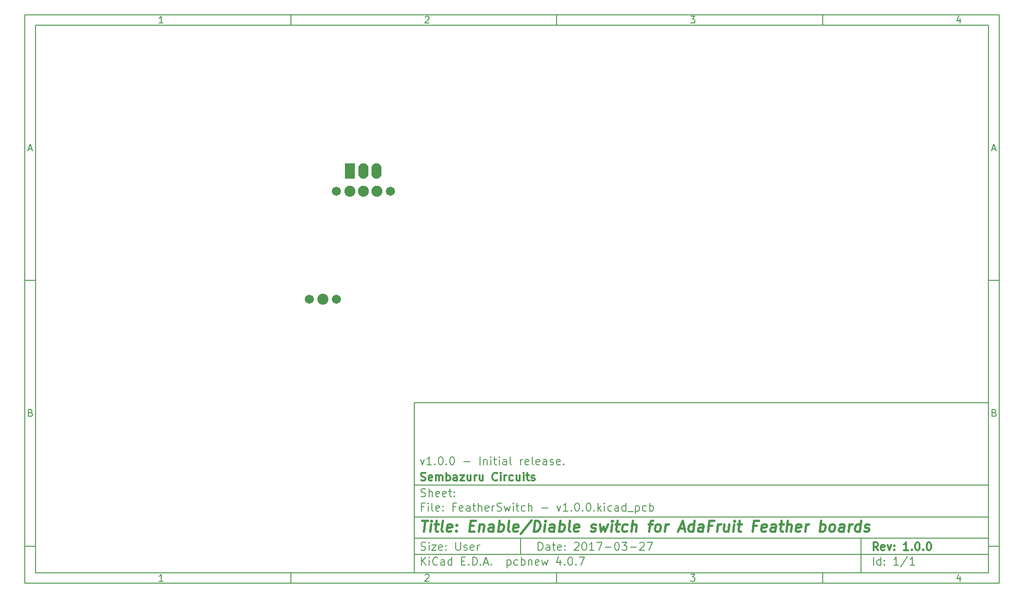
<source format=gbr>
G04 #@! TF.FileFunction,Soldermask,Top*
%FSLAX46Y46*%
G04 Gerber Fmt 4.6, Leading zero omitted, Abs format (unit mm)*
G04 Created by KiCad (PCBNEW 4.0.7) date 11/03/17 12:30:38*
%MOMM*%
%LPD*%
G01*
G04 APERTURE LIST*
%ADD10C,0.100000*%
%ADD11C,0.150000*%
%ADD12C,0.300000*%
%ADD13C,0.400000*%
%ADD14C,2.076400*%
%ADD15R,1.900000X2.900000*%
%ADD16O,1.900000X2.900000*%
%ADD17C,1.702000*%
G04 APERTURE END LIST*
D10*
D11*
X83200000Y-83000000D02*
X83200000Y-115000000D01*
X191200000Y-115000000D01*
X191200000Y-83000000D01*
X83200000Y-83000000D01*
D10*
D11*
X10000000Y-10000000D02*
X10000000Y-117000000D01*
X193200000Y-117000000D01*
X193200000Y-10000000D01*
X10000000Y-10000000D01*
D10*
D11*
X12000000Y-12000000D02*
X12000000Y-115000000D01*
X191200000Y-115000000D01*
X191200000Y-12000000D01*
X12000000Y-12000000D01*
D10*
D11*
X60000000Y-12000000D02*
X60000000Y-10000000D01*
D10*
D11*
X110000000Y-12000000D02*
X110000000Y-10000000D01*
D10*
D11*
X160000000Y-12000000D02*
X160000000Y-10000000D01*
D10*
D11*
X35990476Y-11588095D02*
X35247619Y-11588095D01*
X35619048Y-11588095D02*
X35619048Y-10288095D01*
X35495238Y-10473810D01*
X35371429Y-10597619D01*
X35247619Y-10659524D01*
D10*
D11*
X85247619Y-10411905D02*
X85309524Y-10350000D01*
X85433333Y-10288095D01*
X85742857Y-10288095D01*
X85866667Y-10350000D01*
X85928571Y-10411905D01*
X85990476Y-10535714D01*
X85990476Y-10659524D01*
X85928571Y-10845238D01*
X85185714Y-11588095D01*
X85990476Y-11588095D01*
D10*
D11*
X135185714Y-10288095D02*
X135990476Y-10288095D01*
X135557143Y-10783333D01*
X135742857Y-10783333D01*
X135866667Y-10845238D01*
X135928571Y-10907143D01*
X135990476Y-11030952D01*
X135990476Y-11340476D01*
X135928571Y-11464286D01*
X135866667Y-11526190D01*
X135742857Y-11588095D01*
X135371429Y-11588095D01*
X135247619Y-11526190D01*
X135185714Y-11464286D01*
D10*
D11*
X185866667Y-10721429D02*
X185866667Y-11588095D01*
X185557143Y-10226190D02*
X185247619Y-11154762D01*
X186052381Y-11154762D01*
D10*
D11*
X60000000Y-115000000D02*
X60000000Y-117000000D01*
D10*
D11*
X110000000Y-115000000D02*
X110000000Y-117000000D01*
D10*
D11*
X160000000Y-115000000D02*
X160000000Y-117000000D01*
D10*
D11*
X35990476Y-116588095D02*
X35247619Y-116588095D01*
X35619048Y-116588095D02*
X35619048Y-115288095D01*
X35495238Y-115473810D01*
X35371429Y-115597619D01*
X35247619Y-115659524D01*
D10*
D11*
X85247619Y-115411905D02*
X85309524Y-115350000D01*
X85433333Y-115288095D01*
X85742857Y-115288095D01*
X85866667Y-115350000D01*
X85928571Y-115411905D01*
X85990476Y-115535714D01*
X85990476Y-115659524D01*
X85928571Y-115845238D01*
X85185714Y-116588095D01*
X85990476Y-116588095D01*
D10*
D11*
X135185714Y-115288095D02*
X135990476Y-115288095D01*
X135557143Y-115783333D01*
X135742857Y-115783333D01*
X135866667Y-115845238D01*
X135928571Y-115907143D01*
X135990476Y-116030952D01*
X135990476Y-116340476D01*
X135928571Y-116464286D01*
X135866667Y-116526190D01*
X135742857Y-116588095D01*
X135371429Y-116588095D01*
X135247619Y-116526190D01*
X135185714Y-116464286D01*
D10*
D11*
X185866667Y-115721429D02*
X185866667Y-116588095D01*
X185557143Y-115226190D02*
X185247619Y-116154762D01*
X186052381Y-116154762D01*
D10*
D11*
X10000000Y-60000000D02*
X12000000Y-60000000D01*
D10*
D11*
X10000000Y-110000000D02*
X12000000Y-110000000D01*
D10*
D11*
X10690476Y-35216667D02*
X11309524Y-35216667D01*
X10566667Y-35588095D02*
X11000000Y-34288095D01*
X11433333Y-35588095D01*
D10*
D11*
X11092857Y-84907143D02*
X11278571Y-84969048D01*
X11340476Y-85030952D01*
X11402381Y-85154762D01*
X11402381Y-85340476D01*
X11340476Y-85464286D01*
X11278571Y-85526190D01*
X11154762Y-85588095D01*
X10659524Y-85588095D01*
X10659524Y-84288095D01*
X11092857Y-84288095D01*
X11216667Y-84350000D01*
X11278571Y-84411905D01*
X11340476Y-84535714D01*
X11340476Y-84659524D01*
X11278571Y-84783333D01*
X11216667Y-84845238D01*
X11092857Y-84907143D01*
X10659524Y-84907143D01*
D10*
D11*
X193200000Y-60000000D02*
X191200000Y-60000000D01*
D10*
D11*
X193200000Y-110000000D02*
X191200000Y-110000000D01*
D10*
D11*
X191890476Y-35216667D02*
X192509524Y-35216667D01*
X191766667Y-35588095D02*
X192200000Y-34288095D01*
X192633333Y-35588095D01*
D10*
D11*
X192292857Y-84907143D02*
X192478571Y-84969048D01*
X192540476Y-85030952D01*
X192602381Y-85154762D01*
X192602381Y-85340476D01*
X192540476Y-85464286D01*
X192478571Y-85526190D01*
X192354762Y-85588095D01*
X191859524Y-85588095D01*
X191859524Y-84288095D01*
X192292857Y-84288095D01*
X192416667Y-84350000D01*
X192478571Y-84411905D01*
X192540476Y-84535714D01*
X192540476Y-84659524D01*
X192478571Y-84783333D01*
X192416667Y-84845238D01*
X192292857Y-84907143D01*
X191859524Y-84907143D01*
D10*
D11*
X106557143Y-110778571D02*
X106557143Y-109278571D01*
X106914286Y-109278571D01*
X107128571Y-109350000D01*
X107271429Y-109492857D01*
X107342857Y-109635714D01*
X107414286Y-109921429D01*
X107414286Y-110135714D01*
X107342857Y-110421429D01*
X107271429Y-110564286D01*
X107128571Y-110707143D01*
X106914286Y-110778571D01*
X106557143Y-110778571D01*
X108700000Y-110778571D02*
X108700000Y-109992857D01*
X108628571Y-109850000D01*
X108485714Y-109778571D01*
X108200000Y-109778571D01*
X108057143Y-109850000D01*
X108700000Y-110707143D02*
X108557143Y-110778571D01*
X108200000Y-110778571D01*
X108057143Y-110707143D01*
X107985714Y-110564286D01*
X107985714Y-110421429D01*
X108057143Y-110278571D01*
X108200000Y-110207143D01*
X108557143Y-110207143D01*
X108700000Y-110135714D01*
X109200000Y-109778571D02*
X109771429Y-109778571D01*
X109414286Y-109278571D02*
X109414286Y-110564286D01*
X109485714Y-110707143D01*
X109628572Y-110778571D01*
X109771429Y-110778571D01*
X110842857Y-110707143D02*
X110700000Y-110778571D01*
X110414286Y-110778571D01*
X110271429Y-110707143D01*
X110200000Y-110564286D01*
X110200000Y-109992857D01*
X110271429Y-109850000D01*
X110414286Y-109778571D01*
X110700000Y-109778571D01*
X110842857Y-109850000D01*
X110914286Y-109992857D01*
X110914286Y-110135714D01*
X110200000Y-110278571D01*
X111557143Y-110635714D02*
X111628571Y-110707143D01*
X111557143Y-110778571D01*
X111485714Y-110707143D01*
X111557143Y-110635714D01*
X111557143Y-110778571D01*
X111557143Y-109850000D02*
X111628571Y-109921429D01*
X111557143Y-109992857D01*
X111485714Y-109921429D01*
X111557143Y-109850000D01*
X111557143Y-109992857D01*
X113342857Y-109421429D02*
X113414286Y-109350000D01*
X113557143Y-109278571D01*
X113914286Y-109278571D01*
X114057143Y-109350000D01*
X114128572Y-109421429D01*
X114200000Y-109564286D01*
X114200000Y-109707143D01*
X114128572Y-109921429D01*
X113271429Y-110778571D01*
X114200000Y-110778571D01*
X115128571Y-109278571D02*
X115271428Y-109278571D01*
X115414285Y-109350000D01*
X115485714Y-109421429D01*
X115557143Y-109564286D01*
X115628571Y-109850000D01*
X115628571Y-110207143D01*
X115557143Y-110492857D01*
X115485714Y-110635714D01*
X115414285Y-110707143D01*
X115271428Y-110778571D01*
X115128571Y-110778571D01*
X114985714Y-110707143D01*
X114914285Y-110635714D01*
X114842857Y-110492857D01*
X114771428Y-110207143D01*
X114771428Y-109850000D01*
X114842857Y-109564286D01*
X114914285Y-109421429D01*
X114985714Y-109350000D01*
X115128571Y-109278571D01*
X117057142Y-110778571D02*
X116199999Y-110778571D01*
X116628571Y-110778571D02*
X116628571Y-109278571D01*
X116485714Y-109492857D01*
X116342856Y-109635714D01*
X116199999Y-109707143D01*
X117557142Y-109278571D02*
X118557142Y-109278571D01*
X117914285Y-110778571D01*
X119128570Y-110207143D02*
X120271427Y-110207143D01*
X121271427Y-109278571D02*
X121414284Y-109278571D01*
X121557141Y-109350000D01*
X121628570Y-109421429D01*
X121699999Y-109564286D01*
X121771427Y-109850000D01*
X121771427Y-110207143D01*
X121699999Y-110492857D01*
X121628570Y-110635714D01*
X121557141Y-110707143D01*
X121414284Y-110778571D01*
X121271427Y-110778571D01*
X121128570Y-110707143D01*
X121057141Y-110635714D01*
X120985713Y-110492857D01*
X120914284Y-110207143D01*
X120914284Y-109850000D01*
X120985713Y-109564286D01*
X121057141Y-109421429D01*
X121128570Y-109350000D01*
X121271427Y-109278571D01*
X122271427Y-109278571D02*
X123199998Y-109278571D01*
X122699998Y-109850000D01*
X122914284Y-109850000D01*
X123057141Y-109921429D01*
X123128570Y-109992857D01*
X123199998Y-110135714D01*
X123199998Y-110492857D01*
X123128570Y-110635714D01*
X123057141Y-110707143D01*
X122914284Y-110778571D01*
X122485712Y-110778571D01*
X122342855Y-110707143D01*
X122271427Y-110635714D01*
X123842855Y-110207143D02*
X124985712Y-110207143D01*
X125628569Y-109421429D02*
X125699998Y-109350000D01*
X125842855Y-109278571D01*
X126199998Y-109278571D01*
X126342855Y-109350000D01*
X126414284Y-109421429D01*
X126485712Y-109564286D01*
X126485712Y-109707143D01*
X126414284Y-109921429D01*
X125557141Y-110778571D01*
X126485712Y-110778571D01*
X126985712Y-109278571D02*
X127985712Y-109278571D01*
X127342855Y-110778571D01*
D10*
D11*
X83200000Y-111500000D02*
X191200000Y-111500000D01*
D10*
D11*
X84557143Y-113578571D02*
X84557143Y-112078571D01*
X85414286Y-113578571D02*
X84771429Y-112721429D01*
X85414286Y-112078571D02*
X84557143Y-112935714D01*
X86057143Y-113578571D02*
X86057143Y-112578571D01*
X86057143Y-112078571D02*
X85985714Y-112150000D01*
X86057143Y-112221429D01*
X86128571Y-112150000D01*
X86057143Y-112078571D01*
X86057143Y-112221429D01*
X87628572Y-113435714D02*
X87557143Y-113507143D01*
X87342857Y-113578571D01*
X87200000Y-113578571D01*
X86985715Y-113507143D01*
X86842857Y-113364286D01*
X86771429Y-113221429D01*
X86700000Y-112935714D01*
X86700000Y-112721429D01*
X86771429Y-112435714D01*
X86842857Y-112292857D01*
X86985715Y-112150000D01*
X87200000Y-112078571D01*
X87342857Y-112078571D01*
X87557143Y-112150000D01*
X87628572Y-112221429D01*
X88914286Y-113578571D02*
X88914286Y-112792857D01*
X88842857Y-112650000D01*
X88700000Y-112578571D01*
X88414286Y-112578571D01*
X88271429Y-112650000D01*
X88914286Y-113507143D02*
X88771429Y-113578571D01*
X88414286Y-113578571D01*
X88271429Y-113507143D01*
X88200000Y-113364286D01*
X88200000Y-113221429D01*
X88271429Y-113078571D01*
X88414286Y-113007143D01*
X88771429Y-113007143D01*
X88914286Y-112935714D01*
X90271429Y-113578571D02*
X90271429Y-112078571D01*
X90271429Y-113507143D02*
X90128572Y-113578571D01*
X89842858Y-113578571D01*
X89700000Y-113507143D01*
X89628572Y-113435714D01*
X89557143Y-113292857D01*
X89557143Y-112864286D01*
X89628572Y-112721429D01*
X89700000Y-112650000D01*
X89842858Y-112578571D01*
X90128572Y-112578571D01*
X90271429Y-112650000D01*
X92128572Y-112792857D02*
X92628572Y-112792857D01*
X92842858Y-113578571D02*
X92128572Y-113578571D01*
X92128572Y-112078571D01*
X92842858Y-112078571D01*
X93485715Y-113435714D02*
X93557143Y-113507143D01*
X93485715Y-113578571D01*
X93414286Y-113507143D01*
X93485715Y-113435714D01*
X93485715Y-113578571D01*
X94200001Y-113578571D02*
X94200001Y-112078571D01*
X94557144Y-112078571D01*
X94771429Y-112150000D01*
X94914287Y-112292857D01*
X94985715Y-112435714D01*
X95057144Y-112721429D01*
X95057144Y-112935714D01*
X94985715Y-113221429D01*
X94914287Y-113364286D01*
X94771429Y-113507143D01*
X94557144Y-113578571D01*
X94200001Y-113578571D01*
X95700001Y-113435714D02*
X95771429Y-113507143D01*
X95700001Y-113578571D01*
X95628572Y-113507143D01*
X95700001Y-113435714D01*
X95700001Y-113578571D01*
X96342858Y-113150000D02*
X97057144Y-113150000D01*
X96200001Y-113578571D02*
X96700001Y-112078571D01*
X97200001Y-113578571D01*
X97700001Y-113435714D02*
X97771429Y-113507143D01*
X97700001Y-113578571D01*
X97628572Y-113507143D01*
X97700001Y-113435714D01*
X97700001Y-113578571D01*
X100700001Y-112578571D02*
X100700001Y-114078571D01*
X100700001Y-112650000D02*
X100842858Y-112578571D01*
X101128572Y-112578571D01*
X101271429Y-112650000D01*
X101342858Y-112721429D01*
X101414287Y-112864286D01*
X101414287Y-113292857D01*
X101342858Y-113435714D01*
X101271429Y-113507143D01*
X101128572Y-113578571D01*
X100842858Y-113578571D01*
X100700001Y-113507143D01*
X102700001Y-113507143D02*
X102557144Y-113578571D01*
X102271430Y-113578571D01*
X102128572Y-113507143D01*
X102057144Y-113435714D01*
X101985715Y-113292857D01*
X101985715Y-112864286D01*
X102057144Y-112721429D01*
X102128572Y-112650000D01*
X102271430Y-112578571D01*
X102557144Y-112578571D01*
X102700001Y-112650000D01*
X103342858Y-113578571D02*
X103342858Y-112078571D01*
X103342858Y-112650000D02*
X103485715Y-112578571D01*
X103771429Y-112578571D01*
X103914286Y-112650000D01*
X103985715Y-112721429D01*
X104057144Y-112864286D01*
X104057144Y-113292857D01*
X103985715Y-113435714D01*
X103914286Y-113507143D01*
X103771429Y-113578571D01*
X103485715Y-113578571D01*
X103342858Y-113507143D01*
X104700001Y-112578571D02*
X104700001Y-113578571D01*
X104700001Y-112721429D02*
X104771429Y-112650000D01*
X104914287Y-112578571D01*
X105128572Y-112578571D01*
X105271429Y-112650000D01*
X105342858Y-112792857D01*
X105342858Y-113578571D01*
X106628572Y-113507143D02*
X106485715Y-113578571D01*
X106200001Y-113578571D01*
X106057144Y-113507143D01*
X105985715Y-113364286D01*
X105985715Y-112792857D01*
X106057144Y-112650000D01*
X106200001Y-112578571D01*
X106485715Y-112578571D01*
X106628572Y-112650000D01*
X106700001Y-112792857D01*
X106700001Y-112935714D01*
X105985715Y-113078571D01*
X107200001Y-112578571D02*
X107485715Y-113578571D01*
X107771429Y-112864286D01*
X108057144Y-113578571D01*
X108342858Y-112578571D01*
X110700001Y-112578571D02*
X110700001Y-113578571D01*
X110342858Y-112007143D02*
X109985715Y-113078571D01*
X110914287Y-113078571D01*
X111485715Y-113435714D02*
X111557143Y-113507143D01*
X111485715Y-113578571D01*
X111414286Y-113507143D01*
X111485715Y-113435714D01*
X111485715Y-113578571D01*
X112485715Y-112078571D02*
X112628572Y-112078571D01*
X112771429Y-112150000D01*
X112842858Y-112221429D01*
X112914287Y-112364286D01*
X112985715Y-112650000D01*
X112985715Y-113007143D01*
X112914287Y-113292857D01*
X112842858Y-113435714D01*
X112771429Y-113507143D01*
X112628572Y-113578571D01*
X112485715Y-113578571D01*
X112342858Y-113507143D01*
X112271429Y-113435714D01*
X112200001Y-113292857D01*
X112128572Y-113007143D01*
X112128572Y-112650000D01*
X112200001Y-112364286D01*
X112271429Y-112221429D01*
X112342858Y-112150000D01*
X112485715Y-112078571D01*
X113628572Y-113435714D02*
X113700000Y-113507143D01*
X113628572Y-113578571D01*
X113557143Y-113507143D01*
X113628572Y-113435714D01*
X113628572Y-113578571D01*
X114200001Y-112078571D02*
X115200001Y-112078571D01*
X114557144Y-113578571D01*
D10*
D11*
X83200000Y-108500000D02*
X191200000Y-108500000D01*
D10*
D12*
X170414286Y-110778571D02*
X169914286Y-110064286D01*
X169557143Y-110778571D02*
X169557143Y-109278571D01*
X170128571Y-109278571D01*
X170271429Y-109350000D01*
X170342857Y-109421429D01*
X170414286Y-109564286D01*
X170414286Y-109778571D01*
X170342857Y-109921429D01*
X170271429Y-109992857D01*
X170128571Y-110064286D01*
X169557143Y-110064286D01*
X171628571Y-110707143D02*
X171485714Y-110778571D01*
X171200000Y-110778571D01*
X171057143Y-110707143D01*
X170985714Y-110564286D01*
X170985714Y-109992857D01*
X171057143Y-109850000D01*
X171200000Y-109778571D01*
X171485714Y-109778571D01*
X171628571Y-109850000D01*
X171700000Y-109992857D01*
X171700000Y-110135714D01*
X170985714Y-110278571D01*
X172200000Y-109778571D02*
X172557143Y-110778571D01*
X172914285Y-109778571D01*
X173485714Y-110635714D02*
X173557142Y-110707143D01*
X173485714Y-110778571D01*
X173414285Y-110707143D01*
X173485714Y-110635714D01*
X173485714Y-110778571D01*
X173485714Y-109850000D02*
X173557142Y-109921429D01*
X173485714Y-109992857D01*
X173414285Y-109921429D01*
X173485714Y-109850000D01*
X173485714Y-109992857D01*
X176128571Y-110778571D02*
X175271428Y-110778571D01*
X175700000Y-110778571D02*
X175700000Y-109278571D01*
X175557143Y-109492857D01*
X175414285Y-109635714D01*
X175271428Y-109707143D01*
X176771428Y-110635714D02*
X176842856Y-110707143D01*
X176771428Y-110778571D01*
X176699999Y-110707143D01*
X176771428Y-110635714D01*
X176771428Y-110778571D01*
X177771428Y-109278571D02*
X177914285Y-109278571D01*
X178057142Y-109350000D01*
X178128571Y-109421429D01*
X178200000Y-109564286D01*
X178271428Y-109850000D01*
X178271428Y-110207143D01*
X178200000Y-110492857D01*
X178128571Y-110635714D01*
X178057142Y-110707143D01*
X177914285Y-110778571D01*
X177771428Y-110778571D01*
X177628571Y-110707143D01*
X177557142Y-110635714D01*
X177485714Y-110492857D01*
X177414285Y-110207143D01*
X177414285Y-109850000D01*
X177485714Y-109564286D01*
X177557142Y-109421429D01*
X177628571Y-109350000D01*
X177771428Y-109278571D01*
X178914285Y-110635714D02*
X178985713Y-110707143D01*
X178914285Y-110778571D01*
X178842856Y-110707143D01*
X178914285Y-110635714D01*
X178914285Y-110778571D01*
X179914285Y-109278571D02*
X180057142Y-109278571D01*
X180199999Y-109350000D01*
X180271428Y-109421429D01*
X180342857Y-109564286D01*
X180414285Y-109850000D01*
X180414285Y-110207143D01*
X180342857Y-110492857D01*
X180271428Y-110635714D01*
X180199999Y-110707143D01*
X180057142Y-110778571D01*
X179914285Y-110778571D01*
X179771428Y-110707143D01*
X179699999Y-110635714D01*
X179628571Y-110492857D01*
X179557142Y-110207143D01*
X179557142Y-109850000D01*
X179628571Y-109564286D01*
X179699999Y-109421429D01*
X179771428Y-109350000D01*
X179914285Y-109278571D01*
D10*
D11*
X84485714Y-110707143D02*
X84700000Y-110778571D01*
X85057143Y-110778571D01*
X85200000Y-110707143D01*
X85271429Y-110635714D01*
X85342857Y-110492857D01*
X85342857Y-110350000D01*
X85271429Y-110207143D01*
X85200000Y-110135714D01*
X85057143Y-110064286D01*
X84771429Y-109992857D01*
X84628571Y-109921429D01*
X84557143Y-109850000D01*
X84485714Y-109707143D01*
X84485714Y-109564286D01*
X84557143Y-109421429D01*
X84628571Y-109350000D01*
X84771429Y-109278571D01*
X85128571Y-109278571D01*
X85342857Y-109350000D01*
X85985714Y-110778571D02*
X85985714Y-109778571D01*
X85985714Y-109278571D02*
X85914285Y-109350000D01*
X85985714Y-109421429D01*
X86057142Y-109350000D01*
X85985714Y-109278571D01*
X85985714Y-109421429D01*
X86557143Y-109778571D02*
X87342857Y-109778571D01*
X86557143Y-110778571D01*
X87342857Y-110778571D01*
X88485714Y-110707143D02*
X88342857Y-110778571D01*
X88057143Y-110778571D01*
X87914286Y-110707143D01*
X87842857Y-110564286D01*
X87842857Y-109992857D01*
X87914286Y-109850000D01*
X88057143Y-109778571D01*
X88342857Y-109778571D01*
X88485714Y-109850000D01*
X88557143Y-109992857D01*
X88557143Y-110135714D01*
X87842857Y-110278571D01*
X89200000Y-110635714D02*
X89271428Y-110707143D01*
X89200000Y-110778571D01*
X89128571Y-110707143D01*
X89200000Y-110635714D01*
X89200000Y-110778571D01*
X89200000Y-109850000D02*
X89271428Y-109921429D01*
X89200000Y-109992857D01*
X89128571Y-109921429D01*
X89200000Y-109850000D01*
X89200000Y-109992857D01*
X91057143Y-109278571D02*
X91057143Y-110492857D01*
X91128571Y-110635714D01*
X91200000Y-110707143D01*
X91342857Y-110778571D01*
X91628571Y-110778571D01*
X91771429Y-110707143D01*
X91842857Y-110635714D01*
X91914286Y-110492857D01*
X91914286Y-109278571D01*
X92557143Y-110707143D02*
X92700000Y-110778571D01*
X92985715Y-110778571D01*
X93128572Y-110707143D01*
X93200000Y-110564286D01*
X93200000Y-110492857D01*
X93128572Y-110350000D01*
X92985715Y-110278571D01*
X92771429Y-110278571D01*
X92628572Y-110207143D01*
X92557143Y-110064286D01*
X92557143Y-109992857D01*
X92628572Y-109850000D01*
X92771429Y-109778571D01*
X92985715Y-109778571D01*
X93128572Y-109850000D01*
X94414286Y-110707143D02*
X94271429Y-110778571D01*
X93985715Y-110778571D01*
X93842858Y-110707143D01*
X93771429Y-110564286D01*
X93771429Y-109992857D01*
X93842858Y-109850000D01*
X93985715Y-109778571D01*
X94271429Y-109778571D01*
X94414286Y-109850000D01*
X94485715Y-109992857D01*
X94485715Y-110135714D01*
X93771429Y-110278571D01*
X95128572Y-110778571D02*
X95128572Y-109778571D01*
X95128572Y-110064286D02*
X95200000Y-109921429D01*
X95271429Y-109850000D01*
X95414286Y-109778571D01*
X95557143Y-109778571D01*
D10*
D11*
X169557143Y-113578571D02*
X169557143Y-112078571D01*
X170914286Y-113578571D02*
X170914286Y-112078571D01*
X170914286Y-113507143D02*
X170771429Y-113578571D01*
X170485715Y-113578571D01*
X170342857Y-113507143D01*
X170271429Y-113435714D01*
X170200000Y-113292857D01*
X170200000Y-112864286D01*
X170271429Y-112721429D01*
X170342857Y-112650000D01*
X170485715Y-112578571D01*
X170771429Y-112578571D01*
X170914286Y-112650000D01*
X171628572Y-113435714D02*
X171700000Y-113507143D01*
X171628572Y-113578571D01*
X171557143Y-113507143D01*
X171628572Y-113435714D01*
X171628572Y-113578571D01*
X171628572Y-112650000D02*
X171700000Y-112721429D01*
X171628572Y-112792857D01*
X171557143Y-112721429D01*
X171628572Y-112650000D01*
X171628572Y-112792857D01*
X174271429Y-113578571D02*
X173414286Y-113578571D01*
X173842858Y-113578571D02*
X173842858Y-112078571D01*
X173700001Y-112292857D01*
X173557143Y-112435714D01*
X173414286Y-112507143D01*
X175985714Y-112007143D02*
X174700000Y-113935714D01*
X177271429Y-113578571D02*
X176414286Y-113578571D01*
X176842858Y-113578571D02*
X176842858Y-112078571D01*
X176700001Y-112292857D01*
X176557143Y-112435714D01*
X176414286Y-112507143D01*
D10*
D11*
X83200000Y-104500000D02*
X191200000Y-104500000D01*
D10*
D13*
X84652381Y-105204762D02*
X85795238Y-105204762D01*
X84973810Y-107204762D02*
X85223810Y-105204762D01*
X86211905Y-107204762D02*
X86378571Y-105871429D01*
X86461905Y-105204762D02*
X86354762Y-105300000D01*
X86438095Y-105395238D01*
X86545239Y-105300000D01*
X86461905Y-105204762D01*
X86438095Y-105395238D01*
X87045238Y-105871429D02*
X87807143Y-105871429D01*
X87414286Y-105204762D02*
X87200000Y-106919048D01*
X87271430Y-107109524D01*
X87450001Y-107204762D01*
X87640477Y-107204762D01*
X88592858Y-107204762D02*
X88414287Y-107109524D01*
X88342857Y-106919048D01*
X88557143Y-105204762D01*
X90128572Y-107109524D02*
X89926191Y-107204762D01*
X89545239Y-107204762D01*
X89366667Y-107109524D01*
X89295238Y-106919048D01*
X89390476Y-106157143D01*
X89509524Y-105966667D01*
X89711905Y-105871429D01*
X90092857Y-105871429D01*
X90271429Y-105966667D01*
X90342857Y-106157143D01*
X90319048Y-106347619D01*
X89342857Y-106538095D01*
X91092857Y-107014286D02*
X91176192Y-107109524D01*
X91069048Y-107204762D01*
X90985715Y-107109524D01*
X91092857Y-107014286D01*
X91069048Y-107204762D01*
X91223810Y-105966667D02*
X91307144Y-106061905D01*
X91200000Y-106157143D01*
X91116667Y-106061905D01*
X91223810Y-105966667D01*
X91200000Y-106157143D01*
X93676191Y-106157143D02*
X94342858Y-106157143D01*
X94497620Y-107204762D02*
X93545239Y-107204762D01*
X93795239Y-105204762D01*
X94747620Y-105204762D01*
X95521429Y-105871429D02*
X95354763Y-107204762D01*
X95497620Y-106061905D02*
X95604764Y-105966667D01*
X95807144Y-105871429D01*
X96092858Y-105871429D01*
X96271430Y-105966667D01*
X96342858Y-106157143D01*
X96211906Y-107204762D01*
X98021430Y-107204762D02*
X98152382Y-106157143D01*
X98080954Y-105966667D01*
X97902382Y-105871429D01*
X97521430Y-105871429D01*
X97319049Y-105966667D01*
X98033335Y-107109524D02*
X97830954Y-107204762D01*
X97354764Y-107204762D01*
X97176192Y-107109524D01*
X97104763Y-106919048D01*
X97128573Y-106728571D01*
X97247620Y-106538095D01*
X97450002Y-106442857D01*
X97926192Y-106442857D01*
X98128573Y-106347619D01*
X98973811Y-107204762D02*
X99223811Y-105204762D01*
X99128573Y-105966667D02*
X99330954Y-105871429D01*
X99711906Y-105871429D01*
X99890478Y-105966667D01*
X99973811Y-106061905D01*
X100045239Y-106252381D01*
X99973811Y-106823810D01*
X99854763Y-107014286D01*
X99747621Y-107109524D01*
X99545240Y-107204762D01*
X99164288Y-107204762D01*
X98985716Y-107109524D01*
X101069050Y-107204762D02*
X100890479Y-107109524D01*
X100819049Y-106919048D01*
X101033335Y-105204762D01*
X102604764Y-107109524D02*
X102402383Y-107204762D01*
X102021431Y-107204762D01*
X101842859Y-107109524D01*
X101771430Y-106919048D01*
X101866668Y-106157143D01*
X101985716Y-105966667D01*
X102188097Y-105871429D01*
X102569049Y-105871429D01*
X102747621Y-105966667D01*
X102819049Y-106157143D01*
X102795240Y-106347619D01*
X101819049Y-106538095D01*
X105235717Y-105109524D02*
X103200002Y-107680952D01*
X105640478Y-107204762D02*
X105890478Y-105204762D01*
X106366669Y-105204762D01*
X106640478Y-105300000D01*
X106807145Y-105490476D01*
X106878574Y-105680952D01*
X106926193Y-106061905D01*
X106890479Y-106347619D01*
X106747622Y-106728571D01*
X106628573Y-106919048D01*
X106414288Y-107109524D01*
X106116669Y-107204762D01*
X105640478Y-107204762D01*
X107640478Y-107204762D02*
X107807144Y-105871429D01*
X107890478Y-105204762D02*
X107783335Y-105300000D01*
X107866668Y-105395238D01*
X107973812Y-105300000D01*
X107890478Y-105204762D01*
X107866668Y-105395238D01*
X109450002Y-107204762D02*
X109580954Y-106157143D01*
X109509526Y-105966667D01*
X109330954Y-105871429D01*
X108950002Y-105871429D01*
X108747621Y-105966667D01*
X109461907Y-107109524D02*
X109259526Y-107204762D01*
X108783336Y-107204762D01*
X108604764Y-107109524D01*
X108533335Y-106919048D01*
X108557145Y-106728571D01*
X108676192Y-106538095D01*
X108878574Y-106442857D01*
X109354764Y-106442857D01*
X109557145Y-106347619D01*
X110402383Y-107204762D02*
X110652383Y-105204762D01*
X110557145Y-105966667D02*
X110759526Y-105871429D01*
X111140478Y-105871429D01*
X111319050Y-105966667D01*
X111402383Y-106061905D01*
X111473811Y-106252381D01*
X111402383Y-106823810D01*
X111283335Y-107014286D01*
X111176193Y-107109524D01*
X110973812Y-107204762D01*
X110592860Y-107204762D01*
X110414288Y-107109524D01*
X112497622Y-107204762D02*
X112319051Y-107109524D01*
X112247621Y-106919048D01*
X112461907Y-105204762D01*
X114033336Y-107109524D02*
X113830955Y-107204762D01*
X113450003Y-107204762D01*
X113271431Y-107109524D01*
X113200002Y-106919048D01*
X113295240Y-106157143D01*
X113414288Y-105966667D01*
X113616669Y-105871429D01*
X113997621Y-105871429D01*
X114176193Y-105966667D01*
X114247621Y-106157143D01*
X114223812Y-106347619D01*
X113247621Y-106538095D01*
X116414289Y-107109524D02*
X116592861Y-107204762D01*
X116973813Y-107204762D01*
X117176194Y-107109524D01*
X117295241Y-106919048D01*
X117307146Y-106823810D01*
X117235717Y-106633333D01*
X117057146Y-106538095D01*
X116771432Y-106538095D01*
X116592860Y-106442857D01*
X116521431Y-106252381D01*
X116533336Y-106157143D01*
X116652384Y-105966667D01*
X116854765Y-105871429D01*
X117140479Y-105871429D01*
X117319051Y-105966667D01*
X118092860Y-105871429D02*
X118307147Y-107204762D01*
X118807146Y-106252381D01*
X119069051Y-107204762D01*
X119616670Y-105871429D01*
X120211908Y-107204762D02*
X120378574Y-105871429D01*
X120461908Y-105204762D02*
X120354765Y-105300000D01*
X120438098Y-105395238D01*
X120545242Y-105300000D01*
X120461908Y-105204762D01*
X120438098Y-105395238D01*
X121045241Y-105871429D02*
X121807146Y-105871429D01*
X121414289Y-105204762D02*
X121200003Y-106919048D01*
X121271433Y-107109524D01*
X121450004Y-107204762D01*
X121640480Y-107204762D01*
X123176194Y-107109524D02*
X122973813Y-107204762D01*
X122592861Y-107204762D01*
X122414290Y-107109524D01*
X122330955Y-107014286D01*
X122259527Y-106823810D01*
X122330955Y-106252381D01*
X122450003Y-106061905D01*
X122557147Y-105966667D01*
X122759527Y-105871429D01*
X123140479Y-105871429D01*
X123319051Y-105966667D01*
X124021432Y-107204762D02*
X124271432Y-105204762D01*
X124878575Y-107204762D02*
X125009527Y-106157143D01*
X124938099Y-105966667D01*
X124759527Y-105871429D01*
X124473813Y-105871429D01*
X124271433Y-105966667D01*
X124164289Y-106061905D01*
X127235718Y-105871429D02*
X127997623Y-105871429D01*
X127354766Y-107204762D02*
X127569052Y-105490476D01*
X127688100Y-105300000D01*
X127890481Y-105204762D01*
X128080957Y-105204762D01*
X128783338Y-107204762D02*
X128604767Y-107109524D01*
X128521432Y-107014286D01*
X128450004Y-106823810D01*
X128521432Y-106252381D01*
X128640480Y-106061905D01*
X128747624Y-105966667D01*
X128950004Y-105871429D01*
X129235718Y-105871429D01*
X129414290Y-105966667D01*
X129497623Y-106061905D01*
X129569051Y-106252381D01*
X129497623Y-106823810D01*
X129378575Y-107014286D01*
X129271433Y-107109524D01*
X129069052Y-107204762D01*
X128783338Y-107204762D01*
X130307147Y-107204762D02*
X130473813Y-105871429D01*
X130426194Y-106252381D02*
X130545243Y-106061905D01*
X130652386Y-105966667D01*
X130854766Y-105871429D01*
X131045242Y-105871429D01*
X133045242Y-106633333D02*
X133997623Y-106633333D01*
X132783338Y-107204762D02*
X133700005Y-105204762D01*
X134116672Y-107204762D01*
X135640481Y-107204762D02*
X135890481Y-105204762D01*
X135652386Y-107109524D02*
X135450005Y-107204762D01*
X135069053Y-107204762D01*
X134890482Y-107109524D01*
X134807147Y-107014286D01*
X134735719Y-106823810D01*
X134807147Y-106252381D01*
X134926195Y-106061905D01*
X135033339Y-105966667D01*
X135235719Y-105871429D01*
X135616671Y-105871429D01*
X135795243Y-105966667D01*
X137450005Y-107204762D02*
X137580957Y-106157143D01*
X137509529Y-105966667D01*
X137330957Y-105871429D01*
X136950005Y-105871429D01*
X136747624Y-105966667D01*
X137461910Y-107109524D02*
X137259529Y-107204762D01*
X136783339Y-107204762D01*
X136604767Y-107109524D01*
X136533338Y-106919048D01*
X136557148Y-106728571D01*
X136676195Y-106538095D01*
X136878577Y-106442857D01*
X137354767Y-106442857D01*
X137557148Y-106347619D01*
X139200005Y-106157143D02*
X138533338Y-106157143D01*
X138402386Y-107204762D02*
X138652386Y-105204762D01*
X139604767Y-105204762D01*
X140116672Y-107204762D02*
X140283338Y-105871429D01*
X140235719Y-106252381D02*
X140354768Y-106061905D01*
X140461911Y-105966667D01*
X140664291Y-105871429D01*
X140854767Y-105871429D01*
X142378576Y-105871429D02*
X142211910Y-107204762D01*
X141521433Y-105871429D02*
X141390481Y-106919048D01*
X141461911Y-107109524D01*
X141640482Y-107204762D01*
X141926196Y-107204762D01*
X142128577Y-107109524D01*
X142235719Y-107014286D01*
X143164291Y-107204762D02*
X143330957Y-105871429D01*
X143414291Y-105204762D02*
X143307148Y-105300000D01*
X143390481Y-105395238D01*
X143497625Y-105300000D01*
X143414291Y-105204762D01*
X143390481Y-105395238D01*
X143997624Y-105871429D02*
X144759529Y-105871429D01*
X144366672Y-105204762D02*
X144152386Y-106919048D01*
X144223816Y-107109524D01*
X144402387Y-107204762D01*
X144592863Y-107204762D01*
X147580958Y-106157143D02*
X146914291Y-106157143D01*
X146783339Y-107204762D02*
X147033339Y-105204762D01*
X147985720Y-105204762D01*
X149271435Y-107109524D02*
X149069054Y-107204762D01*
X148688102Y-107204762D01*
X148509530Y-107109524D01*
X148438101Y-106919048D01*
X148533339Y-106157143D01*
X148652387Y-105966667D01*
X148854768Y-105871429D01*
X149235720Y-105871429D01*
X149414292Y-105966667D01*
X149485720Y-106157143D01*
X149461911Y-106347619D01*
X148485720Y-106538095D01*
X151069054Y-107204762D02*
X151200006Y-106157143D01*
X151128578Y-105966667D01*
X150950006Y-105871429D01*
X150569054Y-105871429D01*
X150366673Y-105966667D01*
X151080959Y-107109524D02*
X150878578Y-107204762D01*
X150402388Y-107204762D01*
X150223816Y-107109524D01*
X150152387Y-106919048D01*
X150176197Y-106728571D01*
X150295244Y-106538095D01*
X150497626Y-106442857D01*
X150973816Y-106442857D01*
X151176197Y-106347619D01*
X151902387Y-105871429D02*
X152664292Y-105871429D01*
X152271435Y-105204762D02*
X152057149Y-106919048D01*
X152128579Y-107109524D01*
X152307150Y-107204762D01*
X152497626Y-107204762D01*
X153164292Y-107204762D02*
X153414292Y-105204762D01*
X154021435Y-107204762D02*
X154152387Y-106157143D01*
X154080959Y-105966667D01*
X153902387Y-105871429D01*
X153616673Y-105871429D01*
X153414293Y-105966667D01*
X153307149Y-106061905D01*
X155747626Y-107109524D02*
X155545245Y-107204762D01*
X155164293Y-107204762D01*
X154985721Y-107109524D01*
X154914292Y-106919048D01*
X155009530Y-106157143D01*
X155128578Y-105966667D01*
X155330959Y-105871429D01*
X155711911Y-105871429D01*
X155890483Y-105966667D01*
X155961911Y-106157143D01*
X155938102Y-106347619D01*
X154961911Y-106538095D01*
X156688102Y-107204762D02*
X156854768Y-105871429D01*
X156807149Y-106252381D02*
X156926198Y-106061905D01*
X157033341Y-105966667D01*
X157235721Y-105871429D01*
X157426197Y-105871429D01*
X159450007Y-107204762D02*
X159700007Y-105204762D01*
X159604769Y-105966667D02*
X159807150Y-105871429D01*
X160188102Y-105871429D01*
X160366674Y-105966667D01*
X160450007Y-106061905D01*
X160521435Y-106252381D01*
X160450007Y-106823810D01*
X160330959Y-107014286D01*
X160223817Y-107109524D01*
X160021436Y-107204762D01*
X159640484Y-107204762D01*
X159461912Y-107109524D01*
X161545246Y-107204762D02*
X161366675Y-107109524D01*
X161283340Y-107014286D01*
X161211912Y-106823810D01*
X161283340Y-106252381D01*
X161402388Y-106061905D01*
X161509532Y-105966667D01*
X161711912Y-105871429D01*
X161997626Y-105871429D01*
X162176198Y-105966667D01*
X162259531Y-106061905D01*
X162330959Y-106252381D01*
X162259531Y-106823810D01*
X162140483Y-107014286D01*
X162033341Y-107109524D01*
X161830960Y-107204762D01*
X161545246Y-107204762D01*
X163926198Y-107204762D02*
X164057150Y-106157143D01*
X163985722Y-105966667D01*
X163807150Y-105871429D01*
X163426198Y-105871429D01*
X163223817Y-105966667D01*
X163938103Y-107109524D02*
X163735722Y-107204762D01*
X163259532Y-107204762D01*
X163080960Y-107109524D01*
X163009531Y-106919048D01*
X163033341Y-106728571D01*
X163152388Y-106538095D01*
X163354770Y-106442857D01*
X163830960Y-106442857D01*
X164033341Y-106347619D01*
X164878579Y-107204762D02*
X165045245Y-105871429D01*
X164997626Y-106252381D02*
X165116675Y-106061905D01*
X165223818Y-105966667D01*
X165426198Y-105871429D01*
X165616674Y-105871429D01*
X166973817Y-107204762D02*
X167223817Y-105204762D01*
X166985722Y-107109524D02*
X166783341Y-107204762D01*
X166402389Y-107204762D01*
X166223818Y-107109524D01*
X166140483Y-107014286D01*
X166069055Y-106823810D01*
X166140483Y-106252381D01*
X166259531Y-106061905D01*
X166366675Y-105966667D01*
X166569055Y-105871429D01*
X166950007Y-105871429D01*
X167128579Y-105966667D01*
X167842865Y-107109524D02*
X168021437Y-107204762D01*
X168402389Y-107204762D01*
X168604770Y-107109524D01*
X168723817Y-106919048D01*
X168735722Y-106823810D01*
X168664293Y-106633333D01*
X168485722Y-106538095D01*
X168200008Y-106538095D01*
X168021436Y-106442857D01*
X167950007Y-106252381D01*
X167961912Y-106157143D01*
X168080960Y-105966667D01*
X168283341Y-105871429D01*
X168569055Y-105871429D01*
X168747627Y-105966667D01*
D10*
D11*
X85057143Y-102592857D02*
X84557143Y-102592857D01*
X84557143Y-103378571D02*
X84557143Y-101878571D01*
X85271429Y-101878571D01*
X85842857Y-103378571D02*
X85842857Y-102378571D01*
X85842857Y-101878571D02*
X85771428Y-101950000D01*
X85842857Y-102021429D01*
X85914285Y-101950000D01*
X85842857Y-101878571D01*
X85842857Y-102021429D01*
X86771429Y-103378571D02*
X86628571Y-103307143D01*
X86557143Y-103164286D01*
X86557143Y-101878571D01*
X87914285Y-103307143D02*
X87771428Y-103378571D01*
X87485714Y-103378571D01*
X87342857Y-103307143D01*
X87271428Y-103164286D01*
X87271428Y-102592857D01*
X87342857Y-102450000D01*
X87485714Y-102378571D01*
X87771428Y-102378571D01*
X87914285Y-102450000D01*
X87985714Y-102592857D01*
X87985714Y-102735714D01*
X87271428Y-102878571D01*
X88628571Y-103235714D02*
X88699999Y-103307143D01*
X88628571Y-103378571D01*
X88557142Y-103307143D01*
X88628571Y-103235714D01*
X88628571Y-103378571D01*
X88628571Y-102450000D02*
X88699999Y-102521429D01*
X88628571Y-102592857D01*
X88557142Y-102521429D01*
X88628571Y-102450000D01*
X88628571Y-102592857D01*
X90985714Y-102592857D02*
X90485714Y-102592857D01*
X90485714Y-103378571D02*
X90485714Y-101878571D01*
X91200000Y-101878571D01*
X92342856Y-103307143D02*
X92199999Y-103378571D01*
X91914285Y-103378571D01*
X91771428Y-103307143D01*
X91699999Y-103164286D01*
X91699999Y-102592857D01*
X91771428Y-102450000D01*
X91914285Y-102378571D01*
X92199999Y-102378571D01*
X92342856Y-102450000D01*
X92414285Y-102592857D01*
X92414285Y-102735714D01*
X91699999Y-102878571D01*
X93699999Y-103378571D02*
X93699999Y-102592857D01*
X93628570Y-102450000D01*
X93485713Y-102378571D01*
X93199999Y-102378571D01*
X93057142Y-102450000D01*
X93699999Y-103307143D02*
X93557142Y-103378571D01*
X93199999Y-103378571D01*
X93057142Y-103307143D01*
X92985713Y-103164286D01*
X92985713Y-103021429D01*
X93057142Y-102878571D01*
X93199999Y-102807143D01*
X93557142Y-102807143D01*
X93699999Y-102735714D01*
X94199999Y-102378571D02*
X94771428Y-102378571D01*
X94414285Y-101878571D02*
X94414285Y-103164286D01*
X94485713Y-103307143D01*
X94628571Y-103378571D01*
X94771428Y-103378571D01*
X95271428Y-103378571D02*
X95271428Y-101878571D01*
X95914285Y-103378571D02*
X95914285Y-102592857D01*
X95842856Y-102450000D01*
X95699999Y-102378571D01*
X95485714Y-102378571D01*
X95342856Y-102450000D01*
X95271428Y-102521429D01*
X97199999Y-103307143D02*
X97057142Y-103378571D01*
X96771428Y-103378571D01*
X96628571Y-103307143D01*
X96557142Y-103164286D01*
X96557142Y-102592857D01*
X96628571Y-102450000D01*
X96771428Y-102378571D01*
X97057142Y-102378571D01*
X97199999Y-102450000D01*
X97271428Y-102592857D01*
X97271428Y-102735714D01*
X96557142Y-102878571D01*
X97914285Y-103378571D02*
X97914285Y-102378571D01*
X97914285Y-102664286D02*
X97985713Y-102521429D01*
X98057142Y-102450000D01*
X98199999Y-102378571D01*
X98342856Y-102378571D01*
X98771427Y-103307143D02*
X98985713Y-103378571D01*
X99342856Y-103378571D01*
X99485713Y-103307143D01*
X99557142Y-103235714D01*
X99628570Y-103092857D01*
X99628570Y-102950000D01*
X99557142Y-102807143D01*
X99485713Y-102735714D01*
X99342856Y-102664286D01*
X99057142Y-102592857D01*
X98914284Y-102521429D01*
X98842856Y-102450000D01*
X98771427Y-102307143D01*
X98771427Y-102164286D01*
X98842856Y-102021429D01*
X98914284Y-101950000D01*
X99057142Y-101878571D01*
X99414284Y-101878571D01*
X99628570Y-101950000D01*
X100128570Y-102378571D02*
X100414284Y-103378571D01*
X100699998Y-102664286D01*
X100985713Y-103378571D01*
X101271427Y-102378571D01*
X101842856Y-103378571D02*
X101842856Y-102378571D01*
X101842856Y-101878571D02*
X101771427Y-101950000D01*
X101842856Y-102021429D01*
X101914284Y-101950000D01*
X101842856Y-101878571D01*
X101842856Y-102021429D01*
X102342856Y-102378571D02*
X102914285Y-102378571D01*
X102557142Y-101878571D02*
X102557142Y-103164286D01*
X102628570Y-103307143D01*
X102771428Y-103378571D01*
X102914285Y-103378571D01*
X104057142Y-103307143D02*
X103914285Y-103378571D01*
X103628571Y-103378571D01*
X103485713Y-103307143D01*
X103414285Y-103235714D01*
X103342856Y-103092857D01*
X103342856Y-102664286D01*
X103414285Y-102521429D01*
X103485713Y-102450000D01*
X103628571Y-102378571D01*
X103914285Y-102378571D01*
X104057142Y-102450000D01*
X104699999Y-103378571D02*
X104699999Y-101878571D01*
X105342856Y-103378571D02*
X105342856Y-102592857D01*
X105271427Y-102450000D01*
X105128570Y-102378571D01*
X104914285Y-102378571D01*
X104771427Y-102450000D01*
X104699999Y-102521429D01*
X107199999Y-102807143D02*
X108342856Y-102807143D01*
X110057142Y-102378571D02*
X110414285Y-103378571D01*
X110771427Y-102378571D01*
X112128570Y-103378571D02*
X111271427Y-103378571D01*
X111699999Y-103378571D02*
X111699999Y-101878571D01*
X111557142Y-102092857D01*
X111414284Y-102235714D01*
X111271427Y-102307143D01*
X112771427Y-103235714D02*
X112842855Y-103307143D01*
X112771427Y-103378571D01*
X112699998Y-103307143D01*
X112771427Y-103235714D01*
X112771427Y-103378571D01*
X113771427Y-101878571D02*
X113914284Y-101878571D01*
X114057141Y-101950000D01*
X114128570Y-102021429D01*
X114199999Y-102164286D01*
X114271427Y-102450000D01*
X114271427Y-102807143D01*
X114199999Y-103092857D01*
X114128570Y-103235714D01*
X114057141Y-103307143D01*
X113914284Y-103378571D01*
X113771427Y-103378571D01*
X113628570Y-103307143D01*
X113557141Y-103235714D01*
X113485713Y-103092857D01*
X113414284Y-102807143D01*
X113414284Y-102450000D01*
X113485713Y-102164286D01*
X113557141Y-102021429D01*
X113628570Y-101950000D01*
X113771427Y-101878571D01*
X114914284Y-103235714D02*
X114985712Y-103307143D01*
X114914284Y-103378571D01*
X114842855Y-103307143D01*
X114914284Y-103235714D01*
X114914284Y-103378571D01*
X115914284Y-101878571D02*
X116057141Y-101878571D01*
X116199998Y-101950000D01*
X116271427Y-102021429D01*
X116342856Y-102164286D01*
X116414284Y-102450000D01*
X116414284Y-102807143D01*
X116342856Y-103092857D01*
X116271427Y-103235714D01*
X116199998Y-103307143D01*
X116057141Y-103378571D01*
X115914284Y-103378571D01*
X115771427Y-103307143D01*
X115699998Y-103235714D01*
X115628570Y-103092857D01*
X115557141Y-102807143D01*
X115557141Y-102450000D01*
X115628570Y-102164286D01*
X115699998Y-102021429D01*
X115771427Y-101950000D01*
X115914284Y-101878571D01*
X117057141Y-103235714D02*
X117128569Y-103307143D01*
X117057141Y-103378571D01*
X116985712Y-103307143D01*
X117057141Y-103235714D01*
X117057141Y-103378571D01*
X117771427Y-103378571D02*
X117771427Y-101878571D01*
X117914284Y-102807143D02*
X118342855Y-103378571D01*
X118342855Y-102378571D02*
X117771427Y-102950000D01*
X118985713Y-103378571D02*
X118985713Y-102378571D01*
X118985713Y-101878571D02*
X118914284Y-101950000D01*
X118985713Y-102021429D01*
X119057141Y-101950000D01*
X118985713Y-101878571D01*
X118985713Y-102021429D01*
X120342856Y-103307143D02*
X120199999Y-103378571D01*
X119914285Y-103378571D01*
X119771427Y-103307143D01*
X119699999Y-103235714D01*
X119628570Y-103092857D01*
X119628570Y-102664286D01*
X119699999Y-102521429D01*
X119771427Y-102450000D01*
X119914285Y-102378571D01*
X120199999Y-102378571D01*
X120342856Y-102450000D01*
X121628570Y-103378571D02*
X121628570Y-102592857D01*
X121557141Y-102450000D01*
X121414284Y-102378571D01*
X121128570Y-102378571D01*
X120985713Y-102450000D01*
X121628570Y-103307143D02*
X121485713Y-103378571D01*
X121128570Y-103378571D01*
X120985713Y-103307143D01*
X120914284Y-103164286D01*
X120914284Y-103021429D01*
X120985713Y-102878571D01*
X121128570Y-102807143D01*
X121485713Y-102807143D01*
X121628570Y-102735714D01*
X122985713Y-103378571D02*
X122985713Y-101878571D01*
X122985713Y-103307143D02*
X122842856Y-103378571D01*
X122557142Y-103378571D01*
X122414284Y-103307143D01*
X122342856Y-103235714D01*
X122271427Y-103092857D01*
X122271427Y-102664286D01*
X122342856Y-102521429D01*
X122414284Y-102450000D01*
X122557142Y-102378571D01*
X122842856Y-102378571D01*
X122985713Y-102450000D01*
X123342856Y-103521429D02*
X124485713Y-103521429D01*
X124842856Y-102378571D02*
X124842856Y-103878571D01*
X124842856Y-102450000D02*
X124985713Y-102378571D01*
X125271427Y-102378571D01*
X125414284Y-102450000D01*
X125485713Y-102521429D01*
X125557142Y-102664286D01*
X125557142Y-103092857D01*
X125485713Y-103235714D01*
X125414284Y-103307143D01*
X125271427Y-103378571D01*
X124985713Y-103378571D01*
X124842856Y-103307143D01*
X126842856Y-103307143D02*
X126699999Y-103378571D01*
X126414285Y-103378571D01*
X126271427Y-103307143D01*
X126199999Y-103235714D01*
X126128570Y-103092857D01*
X126128570Y-102664286D01*
X126199999Y-102521429D01*
X126271427Y-102450000D01*
X126414285Y-102378571D01*
X126699999Y-102378571D01*
X126842856Y-102450000D01*
X127485713Y-103378571D02*
X127485713Y-101878571D01*
X127485713Y-102450000D02*
X127628570Y-102378571D01*
X127914284Y-102378571D01*
X128057141Y-102450000D01*
X128128570Y-102521429D01*
X128199999Y-102664286D01*
X128199999Y-103092857D01*
X128128570Y-103235714D01*
X128057141Y-103307143D01*
X127914284Y-103378571D01*
X127628570Y-103378571D01*
X127485713Y-103307143D01*
D10*
D11*
X83200000Y-98500000D02*
X191200000Y-98500000D01*
D10*
D11*
X84485714Y-100607143D02*
X84700000Y-100678571D01*
X85057143Y-100678571D01*
X85200000Y-100607143D01*
X85271429Y-100535714D01*
X85342857Y-100392857D01*
X85342857Y-100250000D01*
X85271429Y-100107143D01*
X85200000Y-100035714D01*
X85057143Y-99964286D01*
X84771429Y-99892857D01*
X84628571Y-99821429D01*
X84557143Y-99750000D01*
X84485714Y-99607143D01*
X84485714Y-99464286D01*
X84557143Y-99321429D01*
X84628571Y-99250000D01*
X84771429Y-99178571D01*
X85128571Y-99178571D01*
X85342857Y-99250000D01*
X85985714Y-100678571D02*
X85985714Y-99178571D01*
X86628571Y-100678571D02*
X86628571Y-99892857D01*
X86557142Y-99750000D01*
X86414285Y-99678571D01*
X86200000Y-99678571D01*
X86057142Y-99750000D01*
X85985714Y-99821429D01*
X87914285Y-100607143D02*
X87771428Y-100678571D01*
X87485714Y-100678571D01*
X87342857Y-100607143D01*
X87271428Y-100464286D01*
X87271428Y-99892857D01*
X87342857Y-99750000D01*
X87485714Y-99678571D01*
X87771428Y-99678571D01*
X87914285Y-99750000D01*
X87985714Y-99892857D01*
X87985714Y-100035714D01*
X87271428Y-100178571D01*
X89199999Y-100607143D02*
X89057142Y-100678571D01*
X88771428Y-100678571D01*
X88628571Y-100607143D01*
X88557142Y-100464286D01*
X88557142Y-99892857D01*
X88628571Y-99750000D01*
X88771428Y-99678571D01*
X89057142Y-99678571D01*
X89199999Y-99750000D01*
X89271428Y-99892857D01*
X89271428Y-100035714D01*
X88557142Y-100178571D01*
X89699999Y-99678571D02*
X90271428Y-99678571D01*
X89914285Y-99178571D02*
X89914285Y-100464286D01*
X89985713Y-100607143D01*
X90128571Y-100678571D01*
X90271428Y-100678571D01*
X90771428Y-100535714D02*
X90842856Y-100607143D01*
X90771428Y-100678571D01*
X90699999Y-100607143D01*
X90771428Y-100535714D01*
X90771428Y-100678571D01*
X90771428Y-99750000D02*
X90842856Y-99821429D01*
X90771428Y-99892857D01*
X90699999Y-99821429D01*
X90771428Y-99750000D01*
X90771428Y-99892857D01*
D10*
D12*
X84485714Y-97607143D02*
X84700000Y-97678571D01*
X85057143Y-97678571D01*
X85200000Y-97607143D01*
X85271429Y-97535714D01*
X85342857Y-97392857D01*
X85342857Y-97250000D01*
X85271429Y-97107143D01*
X85200000Y-97035714D01*
X85057143Y-96964286D01*
X84771429Y-96892857D01*
X84628571Y-96821429D01*
X84557143Y-96750000D01*
X84485714Y-96607143D01*
X84485714Y-96464286D01*
X84557143Y-96321429D01*
X84628571Y-96250000D01*
X84771429Y-96178571D01*
X85128571Y-96178571D01*
X85342857Y-96250000D01*
X86557142Y-97607143D02*
X86414285Y-97678571D01*
X86128571Y-97678571D01*
X85985714Y-97607143D01*
X85914285Y-97464286D01*
X85914285Y-96892857D01*
X85985714Y-96750000D01*
X86128571Y-96678571D01*
X86414285Y-96678571D01*
X86557142Y-96750000D01*
X86628571Y-96892857D01*
X86628571Y-97035714D01*
X85914285Y-97178571D01*
X87271428Y-97678571D02*
X87271428Y-96678571D01*
X87271428Y-96821429D02*
X87342856Y-96750000D01*
X87485714Y-96678571D01*
X87699999Y-96678571D01*
X87842856Y-96750000D01*
X87914285Y-96892857D01*
X87914285Y-97678571D01*
X87914285Y-96892857D02*
X87985714Y-96750000D01*
X88128571Y-96678571D01*
X88342856Y-96678571D01*
X88485714Y-96750000D01*
X88557142Y-96892857D01*
X88557142Y-97678571D01*
X89271428Y-97678571D02*
X89271428Y-96178571D01*
X89271428Y-96750000D02*
X89414285Y-96678571D01*
X89699999Y-96678571D01*
X89842856Y-96750000D01*
X89914285Y-96821429D01*
X89985714Y-96964286D01*
X89985714Y-97392857D01*
X89914285Y-97535714D01*
X89842856Y-97607143D01*
X89699999Y-97678571D01*
X89414285Y-97678571D01*
X89271428Y-97607143D01*
X91271428Y-97678571D02*
X91271428Y-96892857D01*
X91199999Y-96750000D01*
X91057142Y-96678571D01*
X90771428Y-96678571D01*
X90628571Y-96750000D01*
X91271428Y-97607143D02*
X91128571Y-97678571D01*
X90771428Y-97678571D01*
X90628571Y-97607143D01*
X90557142Y-97464286D01*
X90557142Y-97321429D01*
X90628571Y-97178571D01*
X90771428Y-97107143D01*
X91128571Y-97107143D01*
X91271428Y-97035714D01*
X91842857Y-96678571D02*
X92628571Y-96678571D01*
X91842857Y-97678571D01*
X92628571Y-97678571D01*
X93842857Y-96678571D02*
X93842857Y-97678571D01*
X93200000Y-96678571D02*
X93200000Y-97464286D01*
X93271428Y-97607143D01*
X93414286Y-97678571D01*
X93628571Y-97678571D01*
X93771428Y-97607143D01*
X93842857Y-97535714D01*
X94557143Y-97678571D02*
X94557143Y-96678571D01*
X94557143Y-96964286D02*
X94628571Y-96821429D01*
X94700000Y-96750000D01*
X94842857Y-96678571D01*
X94985714Y-96678571D01*
X96128571Y-96678571D02*
X96128571Y-97678571D01*
X95485714Y-96678571D02*
X95485714Y-97464286D01*
X95557142Y-97607143D01*
X95700000Y-97678571D01*
X95914285Y-97678571D01*
X96057142Y-97607143D01*
X96128571Y-97535714D01*
X98842857Y-97535714D02*
X98771428Y-97607143D01*
X98557142Y-97678571D01*
X98414285Y-97678571D01*
X98200000Y-97607143D01*
X98057142Y-97464286D01*
X97985714Y-97321429D01*
X97914285Y-97035714D01*
X97914285Y-96821429D01*
X97985714Y-96535714D01*
X98057142Y-96392857D01*
X98200000Y-96250000D01*
X98414285Y-96178571D01*
X98557142Y-96178571D01*
X98771428Y-96250000D01*
X98842857Y-96321429D01*
X99485714Y-97678571D02*
X99485714Y-96678571D01*
X99485714Y-96178571D02*
X99414285Y-96250000D01*
X99485714Y-96321429D01*
X99557142Y-96250000D01*
X99485714Y-96178571D01*
X99485714Y-96321429D01*
X100200000Y-97678571D02*
X100200000Y-96678571D01*
X100200000Y-96964286D02*
X100271428Y-96821429D01*
X100342857Y-96750000D01*
X100485714Y-96678571D01*
X100628571Y-96678571D01*
X101771428Y-97607143D02*
X101628571Y-97678571D01*
X101342857Y-97678571D01*
X101199999Y-97607143D01*
X101128571Y-97535714D01*
X101057142Y-97392857D01*
X101057142Y-96964286D01*
X101128571Y-96821429D01*
X101199999Y-96750000D01*
X101342857Y-96678571D01*
X101628571Y-96678571D01*
X101771428Y-96750000D01*
X103057142Y-96678571D02*
X103057142Y-97678571D01*
X102414285Y-96678571D02*
X102414285Y-97464286D01*
X102485713Y-97607143D01*
X102628571Y-97678571D01*
X102842856Y-97678571D01*
X102985713Y-97607143D01*
X103057142Y-97535714D01*
X103771428Y-97678571D02*
X103771428Y-96678571D01*
X103771428Y-96178571D02*
X103699999Y-96250000D01*
X103771428Y-96321429D01*
X103842856Y-96250000D01*
X103771428Y-96178571D01*
X103771428Y-96321429D01*
X104271428Y-96678571D02*
X104842857Y-96678571D01*
X104485714Y-96178571D02*
X104485714Y-97464286D01*
X104557142Y-97607143D01*
X104700000Y-97678571D01*
X104842857Y-97678571D01*
X105271428Y-97607143D02*
X105414285Y-97678571D01*
X105700000Y-97678571D01*
X105842857Y-97607143D01*
X105914285Y-97464286D01*
X105914285Y-97392857D01*
X105842857Y-97250000D01*
X105700000Y-97178571D01*
X105485714Y-97178571D01*
X105342857Y-97107143D01*
X105271428Y-96964286D01*
X105271428Y-96892857D01*
X105342857Y-96750000D01*
X105485714Y-96678571D01*
X105700000Y-96678571D01*
X105842857Y-96750000D01*
D10*
D11*
X84414286Y-93678571D02*
X84771429Y-94678571D01*
X85128571Y-93678571D01*
X86485714Y-94678571D02*
X85628571Y-94678571D01*
X86057143Y-94678571D02*
X86057143Y-93178571D01*
X85914286Y-93392857D01*
X85771428Y-93535714D01*
X85628571Y-93607143D01*
X87128571Y-94535714D02*
X87199999Y-94607143D01*
X87128571Y-94678571D01*
X87057142Y-94607143D01*
X87128571Y-94535714D01*
X87128571Y-94678571D01*
X88128571Y-93178571D02*
X88271428Y-93178571D01*
X88414285Y-93250000D01*
X88485714Y-93321429D01*
X88557143Y-93464286D01*
X88628571Y-93750000D01*
X88628571Y-94107143D01*
X88557143Y-94392857D01*
X88485714Y-94535714D01*
X88414285Y-94607143D01*
X88271428Y-94678571D01*
X88128571Y-94678571D01*
X87985714Y-94607143D01*
X87914285Y-94535714D01*
X87842857Y-94392857D01*
X87771428Y-94107143D01*
X87771428Y-93750000D01*
X87842857Y-93464286D01*
X87914285Y-93321429D01*
X87985714Y-93250000D01*
X88128571Y-93178571D01*
X89271428Y-94535714D02*
X89342856Y-94607143D01*
X89271428Y-94678571D01*
X89199999Y-94607143D01*
X89271428Y-94535714D01*
X89271428Y-94678571D01*
X90271428Y-93178571D02*
X90414285Y-93178571D01*
X90557142Y-93250000D01*
X90628571Y-93321429D01*
X90700000Y-93464286D01*
X90771428Y-93750000D01*
X90771428Y-94107143D01*
X90700000Y-94392857D01*
X90628571Y-94535714D01*
X90557142Y-94607143D01*
X90414285Y-94678571D01*
X90271428Y-94678571D01*
X90128571Y-94607143D01*
X90057142Y-94535714D01*
X89985714Y-94392857D01*
X89914285Y-94107143D01*
X89914285Y-93750000D01*
X89985714Y-93464286D01*
X90057142Y-93321429D01*
X90128571Y-93250000D01*
X90271428Y-93178571D01*
X92557142Y-94107143D02*
X93699999Y-94107143D01*
X95557142Y-94678571D02*
X95557142Y-93178571D01*
X96271428Y-93678571D02*
X96271428Y-94678571D01*
X96271428Y-93821429D02*
X96342856Y-93750000D01*
X96485714Y-93678571D01*
X96699999Y-93678571D01*
X96842856Y-93750000D01*
X96914285Y-93892857D01*
X96914285Y-94678571D01*
X97628571Y-94678571D02*
X97628571Y-93678571D01*
X97628571Y-93178571D02*
X97557142Y-93250000D01*
X97628571Y-93321429D01*
X97699999Y-93250000D01*
X97628571Y-93178571D01*
X97628571Y-93321429D01*
X98128571Y-93678571D02*
X98700000Y-93678571D01*
X98342857Y-93178571D02*
X98342857Y-94464286D01*
X98414285Y-94607143D01*
X98557143Y-94678571D01*
X98700000Y-94678571D01*
X99200000Y-94678571D02*
X99200000Y-93678571D01*
X99200000Y-93178571D02*
X99128571Y-93250000D01*
X99200000Y-93321429D01*
X99271428Y-93250000D01*
X99200000Y-93178571D01*
X99200000Y-93321429D01*
X100557143Y-94678571D02*
X100557143Y-93892857D01*
X100485714Y-93750000D01*
X100342857Y-93678571D01*
X100057143Y-93678571D01*
X99914286Y-93750000D01*
X100557143Y-94607143D02*
X100414286Y-94678571D01*
X100057143Y-94678571D01*
X99914286Y-94607143D01*
X99842857Y-94464286D01*
X99842857Y-94321429D01*
X99914286Y-94178571D01*
X100057143Y-94107143D01*
X100414286Y-94107143D01*
X100557143Y-94035714D01*
X101485715Y-94678571D02*
X101342857Y-94607143D01*
X101271429Y-94464286D01*
X101271429Y-93178571D01*
X103200000Y-94678571D02*
X103200000Y-93678571D01*
X103200000Y-93964286D02*
X103271428Y-93821429D01*
X103342857Y-93750000D01*
X103485714Y-93678571D01*
X103628571Y-93678571D01*
X104699999Y-94607143D02*
X104557142Y-94678571D01*
X104271428Y-94678571D01*
X104128571Y-94607143D01*
X104057142Y-94464286D01*
X104057142Y-93892857D01*
X104128571Y-93750000D01*
X104271428Y-93678571D01*
X104557142Y-93678571D01*
X104699999Y-93750000D01*
X104771428Y-93892857D01*
X104771428Y-94035714D01*
X104057142Y-94178571D01*
X105628571Y-94678571D02*
X105485713Y-94607143D01*
X105414285Y-94464286D01*
X105414285Y-93178571D01*
X106771427Y-94607143D02*
X106628570Y-94678571D01*
X106342856Y-94678571D01*
X106199999Y-94607143D01*
X106128570Y-94464286D01*
X106128570Y-93892857D01*
X106199999Y-93750000D01*
X106342856Y-93678571D01*
X106628570Y-93678571D01*
X106771427Y-93750000D01*
X106842856Y-93892857D01*
X106842856Y-94035714D01*
X106128570Y-94178571D01*
X108128570Y-94678571D02*
X108128570Y-93892857D01*
X108057141Y-93750000D01*
X107914284Y-93678571D01*
X107628570Y-93678571D01*
X107485713Y-93750000D01*
X108128570Y-94607143D02*
X107985713Y-94678571D01*
X107628570Y-94678571D01*
X107485713Y-94607143D01*
X107414284Y-94464286D01*
X107414284Y-94321429D01*
X107485713Y-94178571D01*
X107628570Y-94107143D01*
X107985713Y-94107143D01*
X108128570Y-94035714D01*
X108771427Y-94607143D02*
X108914284Y-94678571D01*
X109199999Y-94678571D01*
X109342856Y-94607143D01*
X109414284Y-94464286D01*
X109414284Y-94392857D01*
X109342856Y-94250000D01*
X109199999Y-94178571D01*
X108985713Y-94178571D01*
X108842856Y-94107143D01*
X108771427Y-93964286D01*
X108771427Y-93892857D01*
X108842856Y-93750000D01*
X108985713Y-93678571D01*
X109199999Y-93678571D01*
X109342856Y-93750000D01*
X110628570Y-94607143D02*
X110485713Y-94678571D01*
X110199999Y-94678571D01*
X110057142Y-94607143D01*
X109985713Y-94464286D01*
X109985713Y-93892857D01*
X110057142Y-93750000D01*
X110199999Y-93678571D01*
X110485713Y-93678571D01*
X110628570Y-93750000D01*
X110699999Y-93892857D01*
X110699999Y-94035714D01*
X109985713Y-94178571D01*
X111342856Y-94535714D02*
X111414284Y-94607143D01*
X111342856Y-94678571D01*
X111271427Y-94607143D01*
X111342856Y-94535714D01*
X111342856Y-94678571D01*
D10*
D11*
X103200000Y-108500000D02*
X103200000Y-111500000D01*
D10*
D11*
X167200000Y-108500000D02*
X167200000Y-115000000D01*
D14*
X71160000Y-43180000D03*
X66080000Y-63500000D03*
D15*
X71160000Y-39370000D03*
D16*
X73660000Y-39370000D03*
X76160000Y-39370000D03*
D17*
X68620000Y-63500000D03*
X63540000Y-63500000D03*
X78780000Y-43180000D03*
X68620000Y-43180000D03*
D14*
X73700000Y-43180000D03*
X76240000Y-43180000D03*
M02*

</source>
